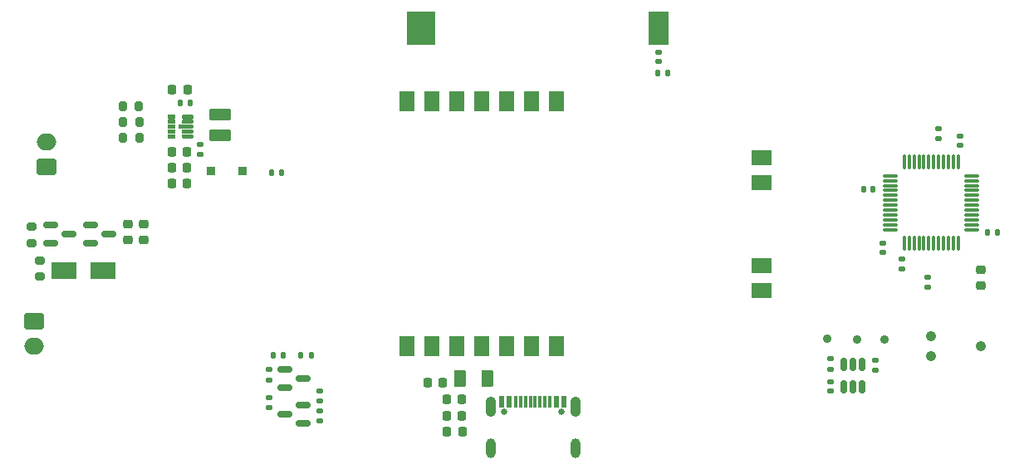
<source format=gbr>
G04 #@! TF.GenerationSoftware,KiCad,Pcbnew,7.0.5*
G04 #@! TF.CreationDate,2023-12-24T10:56:33+03:00*
G04 #@! TF.ProjectId,ALERT_RIDER_HARDWARE,414c4552-545f-4524-9944-45525f484152,rev?*
G04 #@! TF.SameCoordinates,Original*
G04 #@! TF.FileFunction,Soldermask,Bot*
G04 #@! TF.FilePolarity,Negative*
%FSLAX46Y46*%
G04 Gerber Fmt 4.6, Leading zero omitted, Abs format (unit mm)*
G04 Created by KiCad (PCBNEW 7.0.5) date 2023-12-24 10:56:33*
%MOMM*%
%LPD*%
G01*
G04 APERTURE LIST*
G04 Aperture macros list*
%AMRoundRect*
0 Rectangle with rounded corners*
0 $1 Rounding radius*
0 $2 $3 $4 $5 $6 $7 $8 $9 X,Y pos of 4 corners*
0 Add a 4 corners polygon primitive as box body*
4,1,4,$2,$3,$4,$5,$6,$7,$8,$9,$2,$3,0*
0 Add four circle primitives for the rounded corners*
1,1,$1+$1,$2,$3*
1,1,$1+$1,$4,$5*
1,1,$1+$1,$6,$7*
1,1,$1+$1,$8,$9*
0 Add four rect primitives between the rounded corners*
20,1,$1+$1,$2,$3,$4,$5,0*
20,1,$1+$1,$4,$5,$6,$7,0*
20,1,$1+$1,$6,$7,$8,$9,0*
20,1,$1+$1,$8,$9,$2,$3,0*%
G04 Aperture macros list end*
%ADD10C,0.010000*%
%ADD11C,1.067000*%
%ADD12RoundRect,0.135000X0.185000X-0.135000X0.185000X0.135000X-0.185000X0.135000X-0.185000X-0.135000X0*%
%ADD13RoundRect,0.225000X0.225000X0.250000X-0.225000X0.250000X-0.225000X-0.250000X0.225000X-0.250000X0*%
%ADD14RoundRect,0.140000X0.140000X0.170000X-0.140000X0.170000X-0.140000X-0.170000X0.140000X-0.170000X0*%
%ADD15RoundRect,0.218750X0.218750X0.256250X-0.218750X0.256250X-0.218750X-0.256250X0.218750X-0.256250X0*%
%ADD16RoundRect,0.150000X0.150000X-0.512500X0.150000X0.512500X-0.150000X0.512500X-0.150000X-0.512500X0*%
%ADD17RoundRect,0.075000X-0.662500X-0.075000X0.662500X-0.075000X0.662500X0.075000X-0.662500X0.075000X0*%
%ADD18RoundRect,0.075000X-0.075000X-0.662500X0.075000X-0.662500X0.075000X0.662500X-0.075000X0.662500X0*%
%ADD19RoundRect,0.250000X0.850000X-0.375000X0.850000X0.375000X-0.850000X0.375000X-0.850000X-0.375000X0*%
%ADD20RoundRect,0.140000X0.170000X-0.140000X0.170000X0.140000X-0.170000X0.140000X-0.170000X-0.140000X0*%
%ADD21RoundRect,0.250000X-0.750000X0.600000X-0.750000X-0.600000X0.750000X-0.600000X0.750000X0.600000X0*%
%ADD22O,2.000000X1.700000*%
%ADD23RoundRect,0.135000X-0.185000X0.135000X-0.185000X-0.135000X0.185000X-0.135000X0.185000X0.135000X0*%
%ADD24RoundRect,0.135000X0.135000X0.185000X-0.135000X0.185000X-0.135000X-0.185000X0.135000X-0.185000X0*%
%ADD25R,2.500000X1.800000*%
%ADD26RoundRect,0.135000X-0.135000X-0.185000X0.135000X-0.185000X0.135000X0.185000X-0.135000X0.185000X0*%
%ADD27RoundRect,0.140000X-0.170000X0.140000X-0.170000X-0.140000X0.170000X-0.140000X0.170000X0.140000X0*%
%ADD28RoundRect,0.200000X-0.200000X-0.275000X0.200000X-0.275000X0.200000X0.275000X-0.200000X0.275000X0*%
%ADD29RoundRect,0.225000X0.250000X-0.225000X0.250000X0.225000X-0.250000X0.225000X-0.250000X-0.225000X0*%
%ADD30RoundRect,0.150000X-0.587500X-0.150000X0.587500X-0.150000X0.587500X0.150000X-0.587500X0.150000X0*%
%ADD31RoundRect,0.200000X0.200000X0.275000X-0.200000X0.275000X-0.200000X-0.275000X0.200000X-0.275000X0*%
%ADD32RoundRect,0.218750X0.256250X-0.218750X0.256250X0.218750X-0.256250X0.218750X-0.256250X-0.218750X0*%
%ADD33RoundRect,0.225000X-0.225000X-0.250000X0.225000X-0.250000X0.225000X0.250000X-0.225000X0.250000X0*%
%ADD34C,0.650000*%
%ADD35R,0.600000X1.150000*%
%ADD36R,0.300000X1.150000*%
%ADD37O,1.000000X2.000000*%
%ADD38O,1.050000X2.100000*%
%ADD39RoundRect,0.200000X0.275000X-0.200000X0.275000X0.200000X-0.275000X0.200000X-0.275000X-0.200000X0*%
%ADD40RoundRect,0.250000X0.375000X0.625000X-0.375000X0.625000X-0.375000X-0.625000X0.375000X-0.625000X0*%
%ADD41C,0.900000*%
%ADD42R,2.000000X3.500000*%
%ADD43R,3.000000X3.500000*%
%ADD44RoundRect,0.250000X0.750000X-0.600000X0.750000X0.600000X-0.750000X0.600000X-0.750000X-0.600000X0*%
%ADD45RoundRect,0.147500X-0.147500X-0.172500X0.147500X-0.172500X0.147500X0.172500X-0.147500X0.172500X0*%
%ADD46RoundRect,0.150000X0.587500X0.150000X-0.587500X0.150000X-0.587500X-0.150000X0.587500X-0.150000X0*%
%ADD47R,1.550000X2.000000*%
%ADD48R,2.000000X1.550000*%
%ADD49RoundRect,0.140000X-0.140000X-0.170000X0.140000X-0.170000X0.140000X0.170000X-0.140000X0.170000X0*%
%ADD50R,0.900000X0.950000*%
G04 APERTURE END LIST*
D10*
X71563000Y-53656000D02*
X71569000Y-53656000D01*
X71575000Y-53658000D01*
X71581000Y-53659000D01*
X71587000Y-53661000D01*
X71593000Y-53663000D01*
X71599000Y-53665000D01*
X71604000Y-53668000D01*
X71610000Y-53671000D01*
X71615000Y-53674000D01*
X71621000Y-53678000D01*
X71626000Y-53682000D01*
X71630000Y-53686000D01*
X71635000Y-53690000D01*
X71639000Y-53695000D01*
X71643000Y-53699000D01*
X71647000Y-53704000D01*
X71651000Y-53710000D01*
X71654000Y-53715000D01*
X71657000Y-53721000D01*
X71660000Y-53726000D01*
X71662000Y-53732000D01*
X71664000Y-53738000D01*
X71666000Y-53744000D01*
X71667000Y-53750000D01*
X71669000Y-53756000D01*
X71669000Y-53762000D01*
X71670000Y-53769000D01*
X71670000Y-53775000D01*
X71670000Y-53925000D01*
X71670000Y-53931000D01*
X71669000Y-53938000D01*
X71669000Y-53944000D01*
X71667000Y-53950000D01*
X71666000Y-53956000D01*
X71664000Y-53962000D01*
X71662000Y-53968000D01*
X71660000Y-53974000D01*
X71657000Y-53979000D01*
X71654000Y-53985000D01*
X71651000Y-53990000D01*
X71647000Y-53996000D01*
X71643000Y-54001000D01*
X71639000Y-54005000D01*
X71635000Y-54010000D01*
X71630000Y-54014000D01*
X71626000Y-54018000D01*
X71621000Y-54022000D01*
X71615000Y-54026000D01*
X71610000Y-54029000D01*
X71604000Y-54032000D01*
X71599000Y-54035000D01*
X71593000Y-54037000D01*
X71587000Y-54039000D01*
X71581000Y-54041000D01*
X71575000Y-54042000D01*
X71569000Y-54044000D01*
X71563000Y-54044000D01*
X71556000Y-54045000D01*
X71550000Y-54045000D01*
X71050000Y-54045000D01*
X71044000Y-54045000D01*
X71037000Y-54044000D01*
X71031000Y-54044000D01*
X71025000Y-54042000D01*
X71019000Y-54041000D01*
X71013000Y-54039000D01*
X71007000Y-54037000D01*
X71001000Y-54035000D01*
X70996000Y-54032000D01*
X70990000Y-54029000D01*
X70985000Y-54026000D01*
X70979000Y-54022000D01*
X70974000Y-54018000D01*
X70970000Y-54014000D01*
X70965000Y-54010000D01*
X70961000Y-54005000D01*
X70957000Y-54001000D01*
X70953000Y-53996000D01*
X70949000Y-53990000D01*
X70946000Y-53985000D01*
X70943000Y-53979000D01*
X70940000Y-53974000D01*
X70938000Y-53968000D01*
X70936000Y-53962000D01*
X70934000Y-53956000D01*
X70933000Y-53950000D01*
X70931000Y-53944000D01*
X70931000Y-53938000D01*
X70930000Y-53931000D01*
X70930000Y-53925000D01*
X70930000Y-53775000D01*
X70930000Y-53769000D01*
X70931000Y-53762000D01*
X70931000Y-53756000D01*
X70933000Y-53750000D01*
X70934000Y-53744000D01*
X70936000Y-53738000D01*
X70938000Y-53732000D01*
X70940000Y-53726000D01*
X70943000Y-53721000D01*
X70946000Y-53715000D01*
X70949000Y-53710000D01*
X70953000Y-53704000D01*
X70957000Y-53699000D01*
X70961000Y-53695000D01*
X70965000Y-53690000D01*
X70970000Y-53686000D01*
X70974000Y-53682000D01*
X70979000Y-53678000D01*
X70985000Y-53674000D01*
X70990000Y-53671000D01*
X70996000Y-53668000D01*
X71001000Y-53665000D01*
X71007000Y-53663000D01*
X71013000Y-53661000D01*
X71019000Y-53659000D01*
X71025000Y-53658000D01*
X71031000Y-53656000D01*
X71037000Y-53656000D01*
X71044000Y-53655000D01*
X71050000Y-53655000D01*
X71550000Y-53655000D01*
X71556000Y-53655000D01*
X71563000Y-53656000D01*
G36*
X71563000Y-53656000D02*
G01*
X71569000Y-53656000D01*
X71575000Y-53658000D01*
X71581000Y-53659000D01*
X71587000Y-53661000D01*
X71593000Y-53663000D01*
X71599000Y-53665000D01*
X71604000Y-53668000D01*
X71610000Y-53671000D01*
X71615000Y-53674000D01*
X71621000Y-53678000D01*
X71626000Y-53682000D01*
X71630000Y-53686000D01*
X71635000Y-53690000D01*
X71639000Y-53695000D01*
X71643000Y-53699000D01*
X71647000Y-53704000D01*
X71651000Y-53710000D01*
X71654000Y-53715000D01*
X71657000Y-53721000D01*
X71660000Y-53726000D01*
X71662000Y-53732000D01*
X71664000Y-53738000D01*
X71666000Y-53744000D01*
X71667000Y-53750000D01*
X71669000Y-53756000D01*
X71669000Y-53762000D01*
X71670000Y-53769000D01*
X71670000Y-53775000D01*
X71670000Y-53925000D01*
X71670000Y-53931000D01*
X71669000Y-53938000D01*
X71669000Y-53944000D01*
X71667000Y-53950000D01*
X71666000Y-53956000D01*
X71664000Y-53962000D01*
X71662000Y-53968000D01*
X71660000Y-53974000D01*
X71657000Y-53979000D01*
X71654000Y-53985000D01*
X71651000Y-53990000D01*
X71647000Y-53996000D01*
X71643000Y-54001000D01*
X71639000Y-54005000D01*
X71635000Y-54010000D01*
X71630000Y-54014000D01*
X71626000Y-54018000D01*
X71621000Y-54022000D01*
X71615000Y-54026000D01*
X71610000Y-54029000D01*
X71604000Y-54032000D01*
X71599000Y-54035000D01*
X71593000Y-54037000D01*
X71587000Y-54039000D01*
X71581000Y-54041000D01*
X71575000Y-54042000D01*
X71569000Y-54044000D01*
X71563000Y-54044000D01*
X71556000Y-54045000D01*
X71550000Y-54045000D01*
X71050000Y-54045000D01*
X71044000Y-54045000D01*
X71037000Y-54044000D01*
X71031000Y-54044000D01*
X71025000Y-54042000D01*
X71019000Y-54041000D01*
X71013000Y-54039000D01*
X71007000Y-54037000D01*
X71001000Y-54035000D01*
X70996000Y-54032000D01*
X70990000Y-54029000D01*
X70985000Y-54026000D01*
X70979000Y-54022000D01*
X70974000Y-54018000D01*
X70970000Y-54014000D01*
X70965000Y-54010000D01*
X70961000Y-54005000D01*
X70957000Y-54001000D01*
X70953000Y-53996000D01*
X70949000Y-53990000D01*
X70946000Y-53985000D01*
X70943000Y-53979000D01*
X70940000Y-53974000D01*
X70938000Y-53968000D01*
X70936000Y-53962000D01*
X70934000Y-53956000D01*
X70933000Y-53950000D01*
X70931000Y-53944000D01*
X70931000Y-53938000D01*
X70930000Y-53931000D01*
X70930000Y-53925000D01*
X70930000Y-53775000D01*
X70930000Y-53769000D01*
X70931000Y-53762000D01*
X70931000Y-53756000D01*
X70933000Y-53750000D01*
X70934000Y-53744000D01*
X70936000Y-53738000D01*
X70938000Y-53732000D01*
X70940000Y-53726000D01*
X70943000Y-53721000D01*
X70946000Y-53715000D01*
X70949000Y-53710000D01*
X70953000Y-53704000D01*
X70957000Y-53699000D01*
X70961000Y-53695000D01*
X70965000Y-53690000D01*
X70970000Y-53686000D01*
X70974000Y-53682000D01*
X70979000Y-53678000D01*
X70985000Y-53674000D01*
X70990000Y-53671000D01*
X70996000Y-53668000D01*
X71001000Y-53665000D01*
X71007000Y-53663000D01*
X71013000Y-53661000D01*
X71019000Y-53659000D01*
X71025000Y-53658000D01*
X71031000Y-53656000D01*
X71037000Y-53656000D01*
X71044000Y-53655000D01*
X71050000Y-53655000D01*
X71550000Y-53655000D01*
X71556000Y-53655000D01*
X71563000Y-53656000D01*
G37*
X71563000Y-54156000D02*
X71569000Y-54156000D01*
X71575000Y-54158000D01*
X71581000Y-54159000D01*
X71587000Y-54161000D01*
X71593000Y-54163000D01*
X71599000Y-54165000D01*
X71604000Y-54168000D01*
X71610000Y-54171000D01*
X71615000Y-54174000D01*
X71621000Y-54178000D01*
X71626000Y-54182000D01*
X71630000Y-54186000D01*
X71635000Y-54190000D01*
X71639000Y-54195000D01*
X71643000Y-54199000D01*
X71647000Y-54204000D01*
X71651000Y-54210000D01*
X71654000Y-54215000D01*
X71657000Y-54221000D01*
X71660000Y-54226000D01*
X71662000Y-54232000D01*
X71664000Y-54238000D01*
X71666000Y-54244000D01*
X71667000Y-54250000D01*
X71669000Y-54256000D01*
X71669000Y-54262000D01*
X71670000Y-54269000D01*
X71670000Y-54275000D01*
X71670000Y-54425000D01*
X71670000Y-54431000D01*
X71669000Y-54438000D01*
X71669000Y-54444000D01*
X71667000Y-54450000D01*
X71666000Y-54456000D01*
X71664000Y-54462000D01*
X71662000Y-54468000D01*
X71660000Y-54474000D01*
X71657000Y-54479000D01*
X71654000Y-54485000D01*
X71651000Y-54490000D01*
X71647000Y-54496000D01*
X71643000Y-54501000D01*
X71639000Y-54505000D01*
X71635000Y-54510000D01*
X71630000Y-54514000D01*
X71626000Y-54518000D01*
X71621000Y-54522000D01*
X71615000Y-54526000D01*
X71610000Y-54529000D01*
X71604000Y-54532000D01*
X71599000Y-54535000D01*
X71593000Y-54537000D01*
X71587000Y-54539000D01*
X71581000Y-54541000D01*
X71575000Y-54542000D01*
X71569000Y-54544000D01*
X71563000Y-54544000D01*
X71556000Y-54545000D01*
X71550000Y-54545000D01*
X71050000Y-54545000D01*
X71044000Y-54545000D01*
X71037000Y-54544000D01*
X71031000Y-54544000D01*
X71025000Y-54542000D01*
X71019000Y-54541000D01*
X71013000Y-54539000D01*
X71007000Y-54537000D01*
X71001000Y-54535000D01*
X70996000Y-54532000D01*
X70990000Y-54529000D01*
X70985000Y-54526000D01*
X70979000Y-54522000D01*
X70974000Y-54518000D01*
X70970000Y-54514000D01*
X70965000Y-54510000D01*
X70961000Y-54505000D01*
X70957000Y-54501000D01*
X70953000Y-54496000D01*
X70949000Y-54490000D01*
X70946000Y-54485000D01*
X70943000Y-54479000D01*
X70940000Y-54474000D01*
X70938000Y-54468000D01*
X70936000Y-54462000D01*
X70934000Y-54456000D01*
X70933000Y-54450000D01*
X70931000Y-54444000D01*
X70931000Y-54438000D01*
X70930000Y-54431000D01*
X70930000Y-54425000D01*
X70930000Y-54275000D01*
X70930000Y-54269000D01*
X70931000Y-54262000D01*
X70931000Y-54256000D01*
X70933000Y-54250000D01*
X70934000Y-54244000D01*
X70936000Y-54238000D01*
X70938000Y-54232000D01*
X70940000Y-54226000D01*
X70943000Y-54221000D01*
X70946000Y-54215000D01*
X70949000Y-54210000D01*
X70953000Y-54204000D01*
X70957000Y-54199000D01*
X70961000Y-54195000D01*
X70965000Y-54190000D01*
X70970000Y-54186000D01*
X70974000Y-54182000D01*
X70979000Y-54178000D01*
X70985000Y-54174000D01*
X70990000Y-54171000D01*
X70996000Y-54168000D01*
X71001000Y-54165000D01*
X71007000Y-54163000D01*
X71013000Y-54161000D01*
X71019000Y-54159000D01*
X71025000Y-54158000D01*
X71031000Y-54156000D01*
X71037000Y-54156000D01*
X71044000Y-54155000D01*
X71050000Y-54155000D01*
X71550000Y-54155000D01*
X71556000Y-54155000D01*
X71563000Y-54156000D01*
G36*
X71563000Y-54156000D02*
G01*
X71569000Y-54156000D01*
X71575000Y-54158000D01*
X71581000Y-54159000D01*
X71587000Y-54161000D01*
X71593000Y-54163000D01*
X71599000Y-54165000D01*
X71604000Y-54168000D01*
X71610000Y-54171000D01*
X71615000Y-54174000D01*
X71621000Y-54178000D01*
X71626000Y-54182000D01*
X71630000Y-54186000D01*
X71635000Y-54190000D01*
X71639000Y-54195000D01*
X71643000Y-54199000D01*
X71647000Y-54204000D01*
X71651000Y-54210000D01*
X71654000Y-54215000D01*
X71657000Y-54221000D01*
X71660000Y-54226000D01*
X71662000Y-54232000D01*
X71664000Y-54238000D01*
X71666000Y-54244000D01*
X71667000Y-54250000D01*
X71669000Y-54256000D01*
X71669000Y-54262000D01*
X71670000Y-54269000D01*
X71670000Y-54275000D01*
X71670000Y-54425000D01*
X71670000Y-54431000D01*
X71669000Y-54438000D01*
X71669000Y-54444000D01*
X71667000Y-54450000D01*
X71666000Y-54456000D01*
X71664000Y-54462000D01*
X71662000Y-54468000D01*
X71660000Y-54474000D01*
X71657000Y-54479000D01*
X71654000Y-54485000D01*
X71651000Y-54490000D01*
X71647000Y-54496000D01*
X71643000Y-54501000D01*
X71639000Y-54505000D01*
X71635000Y-54510000D01*
X71630000Y-54514000D01*
X71626000Y-54518000D01*
X71621000Y-54522000D01*
X71615000Y-54526000D01*
X71610000Y-54529000D01*
X71604000Y-54532000D01*
X71599000Y-54535000D01*
X71593000Y-54537000D01*
X71587000Y-54539000D01*
X71581000Y-54541000D01*
X71575000Y-54542000D01*
X71569000Y-54544000D01*
X71563000Y-54544000D01*
X71556000Y-54545000D01*
X71550000Y-54545000D01*
X71050000Y-54545000D01*
X71044000Y-54545000D01*
X71037000Y-54544000D01*
X71031000Y-54544000D01*
X71025000Y-54542000D01*
X71019000Y-54541000D01*
X71013000Y-54539000D01*
X71007000Y-54537000D01*
X71001000Y-54535000D01*
X70996000Y-54532000D01*
X70990000Y-54529000D01*
X70985000Y-54526000D01*
X70979000Y-54522000D01*
X70974000Y-54518000D01*
X70970000Y-54514000D01*
X70965000Y-54510000D01*
X70961000Y-54505000D01*
X70957000Y-54501000D01*
X70953000Y-54496000D01*
X70949000Y-54490000D01*
X70946000Y-54485000D01*
X70943000Y-54479000D01*
X70940000Y-54474000D01*
X70938000Y-54468000D01*
X70936000Y-54462000D01*
X70934000Y-54456000D01*
X70933000Y-54450000D01*
X70931000Y-54444000D01*
X70931000Y-54438000D01*
X70930000Y-54431000D01*
X70930000Y-54425000D01*
X70930000Y-54275000D01*
X70930000Y-54269000D01*
X70931000Y-54262000D01*
X70931000Y-54256000D01*
X70933000Y-54250000D01*
X70934000Y-54244000D01*
X70936000Y-54238000D01*
X70938000Y-54232000D01*
X70940000Y-54226000D01*
X70943000Y-54221000D01*
X70946000Y-54215000D01*
X70949000Y-54210000D01*
X70953000Y-54204000D01*
X70957000Y-54199000D01*
X70961000Y-54195000D01*
X70965000Y-54190000D01*
X70970000Y-54186000D01*
X70974000Y-54182000D01*
X70979000Y-54178000D01*
X70985000Y-54174000D01*
X70990000Y-54171000D01*
X70996000Y-54168000D01*
X71001000Y-54165000D01*
X71007000Y-54163000D01*
X71013000Y-54161000D01*
X71019000Y-54159000D01*
X71025000Y-54158000D01*
X71031000Y-54156000D01*
X71037000Y-54156000D01*
X71044000Y-54155000D01*
X71050000Y-54155000D01*
X71550000Y-54155000D01*
X71556000Y-54155000D01*
X71563000Y-54156000D01*
G37*
X71563000Y-54656000D02*
X71569000Y-54656000D01*
X71575000Y-54658000D01*
X71581000Y-54659000D01*
X71587000Y-54661000D01*
X71593000Y-54663000D01*
X71599000Y-54665000D01*
X71604000Y-54668000D01*
X71610000Y-54671000D01*
X71615000Y-54674000D01*
X71621000Y-54678000D01*
X71626000Y-54682000D01*
X71630000Y-54686000D01*
X71635000Y-54690000D01*
X71639000Y-54695000D01*
X71643000Y-54699000D01*
X71647000Y-54704000D01*
X71651000Y-54710000D01*
X71654000Y-54715000D01*
X71657000Y-54721000D01*
X71660000Y-54726000D01*
X71662000Y-54732000D01*
X71664000Y-54738000D01*
X71666000Y-54744000D01*
X71667000Y-54750000D01*
X71669000Y-54756000D01*
X71669000Y-54762000D01*
X71670000Y-54769000D01*
X71670000Y-54775000D01*
X71670000Y-54925000D01*
X71670000Y-54931000D01*
X71669000Y-54938000D01*
X71669000Y-54944000D01*
X71667000Y-54950000D01*
X71666000Y-54956000D01*
X71664000Y-54962000D01*
X71662000Y-54968000D01*
X71660000Y-54974000D01*
X71657000Y-54979000D01*
X71654000Y-54985000D01*
X71651000Y-54990000D01*
X71647000Y-54996000D01*
X71643000Y-55001000D01*
X71639000Y-55005000D01*
X71635000Y-55010000D01*
X71630000Y-55014000D01*
X71626000Y-55018000D01*
X71621000Y-55022000D01*
X71615000Y-55026000D01*
X71610000Y-55029000D01*
X71604000Y-55032000D01*
X71599000Y-55035000D01*
X71593000Y-55037000D01*
X71587000Y-55039000D01*
X71581000Y-55041000D01*
X71575000Y-55042000D01*
X71569000Y-55044000D01*
X71563000Y-55044000D01*
X71556000Y-55045000D01*
X71550000Y-55045000D01*
X71050000Y-55045000D01*
X71044000Y-55045000D01*
X71037000Y-55044000D01*
X71031000Y-55044000D01*
X71025000Y-55042000D01*
X71019000Y-55041000D01*
X71013000Y-55039000D01*
X71007000Y-55037000D01*
X71001000Y-55035000D01*
X70996000Y-55032000D01*
X70990000Y-55029000D01*
X70985000Y-55026000D01*
X70979000Y-55022000D01*
X70974000Y-55018000D01*
X70970000Y-55014000D01*
X70965000Y-55010000D01*
X70961000Y-55005000D01*
X70957000Y-55001000D01*
X70953000Y-54996000D01*
X70949000Y-54990000D01*
X70946000Y-54985000D01*
X70943000Y-54979000D01*
X70940000Y-54974000D01*
X70938000Y-54968000D01*
X70936000Y-54962000D01*
X70934000Y-54956000D01*
X70933000Y-54950000D01*
X70931000Y-54944000D01*
X70931000Y-54938000D01*
X70930000Y-54931000D01*
X70930000Y-54925000D01*
X70930000Y-54775000D01*
X70930000Y-54769000D01*
X70931000Y-54762000D01*
X70931000Y-54756000D01*
X70933000Y-54750000D01*
X70934000Y-54744000D01*
X70936000Y-54738000D01*
X70938000Y-54732000D01*
X70940000Y-54726000D01*
X70943000Y-54721000D01*
X70946000Y-54715000D01*
X70949000Y-54710000D01*
X70953000Y-54704000D01*
X70957000Y-54699000D01*
X70961000Y-54695000D01*
X70965000Y-54690000D01*
X70970000Y-54686000D01*
X70974000Y-54682000D01*
X70979000Y-54678000D01*
X70985000Y-54674000D01*
X70990000Y-54671000D01*
X70996000Y-54668000D01*
X71001000Y-54665000D01*
X71007000Y-54663000D01*
X71013000Y-54661000D01*
X71019000Y-54659000D01*
X71025000Y-54658000D01*
X71031000Y-54656000D01*
X71037000Y-54656000D01*
X71044000Y-54655000D01*
X71050000Y-54655000D01*
X71550000Y-54655000D01*
X71556000Y-54655000D01*
X71563000Y-54656000D01*
G36*
X71563000Y-54656000D02*
G01*
X71569000Y-54656000D01*
X71575000Y-54658000D01*
X71581000Y-54659000D01*
X71587000Y-54661000D01*
X71593000Y-54663000D01*
X71599000Y-54665000D01*
X71604000Y-54668000D01*
X71610000Y-54671000D01*
X71615000Y-54674000D01*
X71621000Y-54678000D01*
X71626000Y-54682000D01*
X71630000Y-54686000D01*
X71635000Y-54690000D01*
X71639000Y-54695000D01*
X71643000Y-54699000D01*
X71647000Y-54704000D01*
X71651000Y-54710000D01*
X71654000Y-54715000D01*
X71657000Y-54721000D01*
X71660000Y-54726000D01*
X71662000Y-54732000D01*
X71664000Y-54738000D01*
X71666000Y-54744000D01*
X71667000Y-54750000D01*
X71669000Y-54756000D01*
X71669000Y-54762000D01*
X71670000Y-54769000D01*
X71670000Y-54775000D01*
X71670000Y-54925000D01*
X71670000Y-54931000D01*
X71669000Y-54938000D01*
X71669000Y-54944000D01*
X71667000Y-54950000D01*
X71666000Y-54956000D01*
X71664000Y-54962000D01*
X71662000Y-54968000D01*
X71660000Y-54974000D01*
X71657000Y-54979000D01*
X71654000Y-54985000D01*
X71651000Y-54990000D01*
X71647000Y-54996000D01*
X71643000Y-55001000D01*
X71639000Y-55005000D01*
X71635000Y-55010000D01*
X71630000Y-55014000D01*
X71626000Y-55018000D01*
X71621000Y-55022000D01*
X71615000Y-55026000D01*
X71610000Y-55029000D01*
X71604000Y-55032000D01*
X71599000Y-55035000D01*
X71593000Y-55037000D01*
X71587000Y-55039000D01*
X71581000Y-55041000D01*
X71575000Y-55042000D01*
X71569000Y-55044000D01*
X71563000Y-55044000D01*
X71556000Y-55045000D01*
X71550000Y-55045000D01*
X71050000Y-55045000D01*
X71044000Y-55045000D01*
X71037000Y-55044000D01*
X71031000Y-55044000D01*
X71025000Y-55042000D01*
X71019000Y-55041000D01*
X71013000Y-55039000D01*
X71007000Y-55037000D01*
X71001000Y-55035000D01*
X70996000Y-55032000D01*
X70990000Y-55029000D01*
X70985000Y-55026000D01*
X70979000Y-55022000D01*
X70974000Y-55018000D01*
X70970000Y-55014000D01*
X70965000Y-55010000D01*
X70961000Y-55005000D01*
X70957000Y-55001000D01*
X70953000Y-54996000D01*
X70949000Y-54990000D01*
X70946000Y-54985000D01*
X70943000Y-54979000D01*
X70940000Y-54974000D01*
X70938000Y-54968000D01*
X70936000Y-54962000D01*
X70934000Y-54956000D01*
X70933000Y-54950000D01*
X70931000Y-54944000D01*
X70931000Y-54938000D01*
X70930000Y-54931000D01*
X70930000Y-54925000D01*
X70930000Y-54775000D01*
X70930000Y-54769000D01*
X70931000Y-54762000D01*
X70931000Y-54756000D01*
X70933000Y-54750000D01*
X70934000Y-54744000D01*
X70936000Y-54738000D01*
X70938000Y-54732000D01*
X70940000Y-54726000D01*
X70943000Y-54721000D01*
X70946000Y-54715000D01*
X70949000Y-54710000D01*
X70953000Y-54704000D01*
X70957000Y-54699000D01*
X70961000Y-54695000D01*
X70965000Y-54690000D01*
X70970000Y-54686000D01*
X70974000Y-54682000D01*
X70979000Y-54678000D01*
X70985000Y-54674000D01*
X70990000Y-54671000D01*
X70996000Y-54668000D01*
X71001000Y-54665000D01*
X71007000Y-54663000D01*
X71013000Y-54661000D01*
X71019000Y-54659000D01*
X71025000Y-54658000D01*
X71031000Y-54656000D01*
X71037000Y-54656000D01*
X71044000Y-54655000D01*
X71050000Y-54655000D01*
X71550000Y-54655000D01*
X71556000Y-54655000D01*
X71563000Y-54656000D01*
G37*
X71563000Y-55156000D02*
X71569000Y-55156000D01*
X71575000Y-55158000D01*
X71581000Y-55159000D01*
X71587000Y-55161000D01*
X71593000Y-55163000D01*
X71599000Y-55165000D01*
X71604000Y-55168000D01*
X71610000Y-55171000D01*
X71615000Y-55174000D01*
X71621000Y-55178000D01*
X71626000Y-55182000D01*
X71630000Y-55186000D01*
X71635000Y-55190000D01*
X71639000Y-55195000D01*
X71643000Y-55199000D01*
X71647000Y-55204000D01*
X71651000Y-55210000D01*
X71654000Y-55215000D01*
X71657000Y-55221000D01*
X71660000Y-55226000D01*
X71662000Y-55232000D01*
X71664000Y-55238000D01*
X71666000Y-55244000D01*
X71667000Y-55250000D01*
X71669000Y-55256000D01*
X71669000Y-55262000D01*
X71670000Y-55269000D01*
X71670000Y-55275000D01*
X71670000Y-55425000D01*
X71670000Y-55431000D01*
X71669000Y-55438000D01*
X71669000Y-55444000D01*
X71667000Y-55450000D01*
X71666000Y-55456000D01*
X71664000Y-55462000D01*
X71662000Y-55468000D01*
X71660000Y-55474000D01*
X71657000Y-55479000D01*
X71654000Y-55485000D01*
X71651000Y-55490000D01*
X71647000Y-55496000D01*
X71643000Y-55501000D01*
X71639000Y-55505000D01*
X71635000Y-55510000D01*
X71630000Y-55514000D01*
X71626000Y-55518000D01*
X71621000Y-55522000D01*
X71615000Y-55526000D01*
X71610000Y-55529000D01*
X71604000Y-55532000D01*
X71599000Y-55535000D01*
X71593000Y-55537000D01*
X71587000Y-55539000D01*
X71581000Y-55541000D01*
X71575000Y-55542000D01*
X71569000Y-55544000D01*
X71563000Y-55544000D01*
X71556000Y-55545000D01*
X71550000Y-55545000D01*
X71050000Y-55545000D01*
X71044000Y-55545000D01*
X71037000Y-55544000D01*
X71031000Y-55544000D01*
X71025000Y-55542000D01*
X71019000Y-55541000D01*
X71013000Y-55539000D01*
X71007000Y-55537000D01*
X71001000Y-55535000D01*
X70996000Y-55532000D01*
X70990000Y-55529000D01*
X70985000Y-55526000D01*
X70979000Y-55522000D01*
X70974000Y-55518000D01*
X70970000Y-55514000D01*
X70965000Y-55510000D01*
X70961000Y-55505000D01*
X70957000Y-55501000D01*
X70953000Y-55496000D01*
X70949000Y-55490000D01*
X70946000Y-55485000D01*
X70943000Y-55479000D01*
X70940000Y-55474000D01*
X70938000Y-55468000D01*
X70936000Y-55462000D01*
X70934000Y-55456000D01*
X70933000Y-55450000D01*
X70931000Y-55444000D01*
X70931000Y-55438000D01*
X70930000Y-55431000D01*
X70930000Y-55425000D01*
X70930000Y-55275000D01*
X70930000Y-55269000D01*
X70931000Y-55262000D01*
X70931000Y-55256000D01*
X70933000Y-55250000D01*
X70934000Y-55244000D01*
X70936000Y-55238000D01*
X70938000Y-55232000D01*
X70940000Y-55226000D01*
X70943000Y-55221000D01*
X70946000Y-55215000D01*
X70949000Y-55210000D01*
X70953000Y-55204000D01*
X70957000Y-55199000D01*
X70961000Y-55195000D01*
X70965000Y-55190000D01*
X70970000Y-55186000D01*
X70974000Y-55182000D01*
X70979000Y-55178000D01*
X70985000Y-55174000D01*
X70990000Y-55171000D01*
X70996000Y-55168000D01*
X71001000Y-55165000D01*
X71007000Y-55163000D01*
X71013000Y-55161000D01*
X71019000Y-55159000D01*
X71025000Y-55158000D01*
X71031000Y-55156000D01*
X71037000Y-55156000D01*
X71044000Y-55155000D01*
X71050000Y-55155000D01*
X71550000Y-55155000D01*
X71556000Y-55155000D01*
X71563000Y-55156000D01*
G36*
X71563000Y-55156000D02*
G01*
X71569000Y-55156000D01*
X71575000Y-55158000D01*
X71581000Y-55159000D01*
X71587000Y-55161000D01*
X71593000Y-55163000D01*
X71599000Y-55165000D01*
X71604000Y-55168000D01*
X71610000Y-55171000D01*
X71615000Y-55174000D01*
X71621000Y-55178000D01*
X71626000Y-55182000D01*
X71630000Y-55186000D01*
X71635000Y-55190000D01*
X71639000Y-55195000D01*
X71643000Y-55199000D01*
X71647000Y-55204000D01*
X71651000Y-55210000D01*
X71654000Y-55215000D01*
X71657000Y-55221000D01*
X71660000Y-55226000D01*
X71662000Y-55232000D01*
X71664000Y-55238000D01*
X71666000Y-55244000D01*
X71667000Y-55250000D01*
X71669000Y-55256000D01*
X71669000Y-55262000D01*
X71670000Y-55269000D01*
X71670000Y-55275000D01*
X71670000Y-55425000D01*
X71670000Y-55431000D01*
X71669000Y-55438000D01*
X71669000Y-55444000D01*
X71667000Y-55450000D01*
X71666000Y-55456000D01*
X71664000Y-55462000D01*
X71662000Y-55468000D01*
X71660000Y-55474000D01*
X71657000Y-55479000D01*
X71654000Y-55485000D01*
X71651000Y-55490000D01*
X71647000Y-55496000D01*
X71643000Y-55501000D01*
X71639000Y-55505000D01*
X71635000Y-55510000D01*
X71630000Y-55514000D01*
X71626000Y-55518000D01*
X71621000Y-55522000D01*
X71615000Y-55526000D01*
X71610000Y-55529000D01*
X71604000Y-55532000D01*
X71599000Y-55535000D01*
X71593000Y-55537000D01*
X71587000Y-55539000D01*
X71581000Y-55541000D01*
X71575000Y-55542000D01*
X71569000Y-55544000D01*
X71563000Y-55544000D01*
X71556000Y-55545000D01*
X71550000Y-55545000D01*
X71050000Y-55545000D01*
X71044000Y-55545000D01*
X71037000Y-55544000D01*
X71031000Y-55544000D01*
X71025000Y-55542000D01*
X71019000Y-55541000D01*
X71013000Y-55539000D01*
X71007000Y-55537000D01*
X71001000Y-55535000D01*
X70996000Y-55532000D01*
X70990000Y-55529000D01*
X70985000Y-55526000D01*
X70979000Y-55522000D01*
X70974000Y-55518000D01*
X70970000Y-55514000D01*
X70965000Y-55510000D01*
X70961000Y-55505000D01*
X70957000Y-55501000D01*
X70953000Y-55496000D01*
X70949000Y-55490000D01*
X70946000Y-55485000D01*
X70943000Y-55479000D01*
X70940000Y-55474000D01*
X70938000Y-55468000D01*
X70936000Y-55462000D01*
X70934000Y-55456000D01*
X70933000Y-55450000D01*
X70931000Y-55444000D01*
X70931000Y-55438000D01*
X70930000Y-55431000D01*
X70930000Y-55425000D01*
X70930000Y-55275000D01*
X70930000Y-55269000D01*
X70931000Y-55262000D01*
X70931000Y-55256000D01*
X70933000Y-55250000D01*
X70934000Y-55244000D01*
X70936000Y-55238000D01*
X70938000Y-55232000D01*
X70940000Y-55226000D01*
X70943000Y-55221000D01*
X70946000Y-55215000D01*
X70949000Y-55210000D01*
X70953000Y-55204000D01*
X70957000Y-55199000D01*
X70961000Y-55195000D01*
X70965000Y-55190000D01*
X70970000Y-55186000D01*
X70974000Y-55182000D01*
X70979000Y-55178000D01*
X70985000Y-55174000D01*
X70990000Y-55171000D01*
X70996000Y-55168000D01*
X71001000Y-55165000D01*
X71007000Y-55163000D01*
X71013000Y-55161000D01*
X71019000Y-55159000D01*
X71025000Y-55158000D01*
X71031000Y-55156000D01*
X71037000Y-55156000D01*
X71044000Y-55155000D01*
X71050000Y-55155000D01*
X71550000Y-55155000D01*
X71556000Y-55155000D01*
X71563000Y-55156000D01*
G37*
X71563000Y-55656000D02*
X71569000Y-55656000D01*
X71575000Y-55658000D01*
X71581000Y-55659000D01*
X71587000Y-55661000D01*
X71593000Y-55663000D01*
X71599000Y-55665000D01*
X71604000Y-55668000D01*
X71610000Y-55671000D01*
X71615000Y-55674000D01*
X71621000Y-55678000D01*
X71626000Y-55682000D01*
X71630000Y-55686000D01*
X71635000Y-55690000D01*
X71639000Y-55695000D01*
X71643000Y-55699000D01*
X71647000Y-55704000D01*
X71651000Y-55710000D01*
X71654000Y-55715000D01*
X71657000Y-55721000D01*
X71660000Y-55726000D01*
X71662000Y-55732000D01*
X71664000Y-55738000D01*
X71666000Y-55744000D01*
X71667000Y-55750000D01*
X71669000Y-55756000D01*
X71669000Y-55762000D01*
X71670000Y-55769000D01*
X71670000Y-55775000D01*
X71670000Y-55925000D01*
X71670000Y-55931000D01*
X71669000Y-55938000D01*
X71669000Y-55944000D01*
X71667000Y-55950000D01*
X71666000Y-55956000D01*
X71664000Y-55962000D01*
X71662000Y-55968000D01*
X71660000Y-55974000D01*
X71657000Y-55979000D01*
X71654000Y-55985000D01*
X71651000Y-55990000D01*
X71647000Y-55996000D01*
X71643000Y-56001000D01*
X71639000Y-56005000D01*
X71635000Y-56010000D01*
X71630000Y-56014000D01*
X71626000Y-56018000D01*
X71621000Y-56022000D01*
X71615000Y-56026000D01*
X71610000Y-56029000D01*
X71604000Y-56032000D01*
X71599000Y-56035000D01*
X71593000Y-56037000D01*
X71587000Y-56039000D01*
X71581000Y-56041000D01*
X71575000Y-56042000D01*
X71569000Y-56044000D01*
X71563000Y-56044000D01*
X71556000Y-56045000D01*
X71550000Y-56045000D01*
X71050000Y-56045000D01*
X71044000Y-56045000D01*
X71037000Y-56044000D01*
X71031000Y-56044000D01*
X71025000Y-56042000D01*
X71019000Y-56041000D01*
X71013000Y-56039000D01*
X71007000Y-56037000D01*
X71001000Y-56035000D01*
X70996000Y-56032000D01*
X70990000Y-56029000D01*
X70985000Y-56026000D01*
X70979000Y-56022000D01*
X70974000Y-56018000D01*
X70970000Y-56014000D01*
X70965000Y-56010000D01*
X70961000Y-56005000D01*
X70957000Y-56001000D01*
X70953000Y-55996000D01*
X70949000Y-55990000D01*
X70946000Y-55985000D01*
X70943000Y-55979000D01*
X70940000Y-55974000D01*
X70938000Y-55968000D01*
X70936000Y-55962000D01*
X70934000Y-55956000D01*
X70933000Y-55950000D01*
X70931000Y-55944000D01*
X70931000Y-55938000D01*
X70930000Y-55931000D01*
X70930000Y-55925000D01*
X70930000Y-55775000D01*
X70930000Y-55769000D01*
X70931000Y-55762000D01*
X70931000Y-55756000D01*
X70933000Y-55750000D01*
X70934000Y-55744000D01*
X70936000Y-55738000D01*
X70938000Y-55732000D01*
X70940000Y-55726000D01*
X70943000Y-55721000D01*
X70946000Y-55715000D01*
X70949000Y-55710000D01*
X70953000Y-55704000D01*
X70957000Y-55699000D01*
X70961000Y-55695000D01*
X70965000Y-55690000D01*
X70970000Y-55686000D01*
X70974000Y-55682000D01*
X70979000Y-55678000D01*
X70985000Y-55674000D01*
X70990000Y-55671000D01*
X70996000Y-55668000D01*
X71001000Y-55665000D01*
X71007000Y-55663000D01*
X71013000Y-55661000D01*
X71019000Y-55659000D01*
X71025000Y-55658000D01*
X71031000Y-55656000D01*
X71037000Y-55656000D01*
X71044000Y-55655000D01*
X71050000Y-55655000D01*
X71550000Y-55655000D01*
X71556000Y-55655000D01*
X71563000Y-55656000D01*
G36*
X71563000Y-55656000D02*
G01*
X71569000Y-55656000D01*
X71575000Y-55658000D01*
X71581000Y-55659000D01*
X71587000Y-55661000D01*
X71593000Y-55663000D01*
X71599000Y-55665000D01*
X71604000Y-55668000D01*
X71610000Y-55671000D01*
X71615000Y-55674000D01*
X71621000Y-55678000D01*
X71626000Y-55682000D01*
X71630000Y-55686000D01*
X71635000Y-55690000D01*
X71639000Y-55695000D01*
X71643000Y-55699000D01*
X71647000Y-55704000D01*
X71651000Y-55710000D01*
X71654000Y-55715000D01*
X71657000Y-55721000D01*
X71660000Y-55726000D01*
X71662000Y-55732000D01*
X71664000Y-55738000D01*
X71666000Y-55744000D01*
X71667000Y-55750000D01*
X71669000Y-55756000D01*
X71669000Y-55762000D01*
X71670000Y-55769000D01*
X71670000Y-55775000D01*
X71670000Y-55925000D01*
X71670000Y-55931000D01*
X71669000Y-55938000D01*
X71669000Y-55944000D01*
X71667000Y-55950000D01*
X71666000Y-55956000D01*
X71664000Y-55962000D01*
X71662000Y-55968000D01*
X71660000Y-55974000D01*
X71657000Y-55979000D01*
X71654000Y-55985000D01*
X71651000Y-55990000D01*
X71647000Y-55996000D01*
X71643000Y-56001000D01*
X71639000Y-56005000D01*
X71635000Y-56010000D01*
X71630000Y-56014000D01*
X71626000Y-56018000D01*
X71621000Y-56022000D01*
X71615000Y-56026000D01*
X71610000Y-56029000D01*
X71604000Y-56032000D01*
X71599000Y-56035000D01*
X71593000Y-56037000D01*
X71587000Y-56039000D01*
X71581000Y-56041000D01*
X71575000Y-56042000D01*
X71569000Y-56044000D01*
X71563000Y-56044000D01*
X71556000Y-56045000D01*
X71550000Y-56045000D01*
X71050000Y-56045000D01*
X71044000Y-56045000D01*
X71037000Y-56044000D01*
X71031000Y-56044000D01*
X71025000Y-56042000D01*
X71019000Y-56041000D01*
X71013000Y-56039000D01*
X71007000Y-56037000D01*
X71001000Y-56035000D01*
X70996000Y-56032000D01*
X70990000Y-56029000D01*
X70985000Y-56026000D01*
X70979000Y-56022000D01*
X70974000Y-56018000D01*
X70970000Y-56014000D01*
X70965000Y-56010000D01*
X70961000Y-56005000D01*
X70957000Y-56001000D01*
X70953000Y-55996000D01*
X70949000Y-55990000D01*
X70946000Y-55985000D01*
X70943000Y-55979000D01*
X70940000Y-55974000D01*
X70938000Y-55968000D01*
X70936000Y-55962000D01*
X70934000Y-55956000D01*
X70933000Y-55950000D01*
X70931000Y-55944000D01*
X70931000Y-55938000D01*
X70930000Y-55931000D01*
X70930000Y-55925000D01*
X70930000Y-55775000D01*
X70930000Y-55769000D01*
X70931000Y-55762000D01*
X70931000Y-55756000D01*
X70933000Y-55750000D01*
X70934000Y-55744000D01*
X70936000Y-55738000D01*
X70938000Y-55732000D01*
X70940000Y-55726000D01*
X70943000Y-55721000D01*
X70946000Y-55715000D01*
X70949000Y-55710000D01*
X70953000Y-55704000D01*
X70957000Y-55699000D01*
X70961000Y-55695000D01*
X70965000Y-55690000D01*
X70970000Y-55686000D01*
X70974000Y-55682000D01*
X70979000Y-55678000D01*
X70985000Y-55674000D01*
X70990000Y-55671000D01*
X70996000Y-55668000D01*
X71001000Y-55665000D01*
X71007000Y-55663000D01*
X71013000Y-55661000D01*
X71019000Y-55659000D01*
X71025000Y-55658000D01*
X71031000Y-55656000D01*
X71037000Y-55656000D01*
X71044000Y-55655000D01*
X71050000Y-55655000D01*
X71550000Y-55655000D01*
X71556000Y-55655000D01*
X71563000Y-55656000D01*
G37*
X73363000Y-53656000D02*
X73369000Y-53656000D01*
X73375000Y-53658000D01*
X73381000Y-53659000D01*
X73387000Y-53661000D01*
X73393000Y-53663000D01*
X73399000Y-53665000D01*
X73404000Y-53668000D01*
X73410000Y-53671000D01*
X73415000Y-53674000D01*
X73421000Y-53678000D01*
X73426000Y-53682000D01*
X73430000Y-53686000D01*
X73435000Y-53690000D01*
X73439000Y-53695000D01*
X73443000Y-53699000D01*
X73447000Y-53704000D01*
X73451000Y-53710000D01*
X73454000Y-53715000D01*
X73457000Y-53721000D01*
X73460000Y-53726000D01*
X73462000Y-53732000D01*
X73464000Y-53738000D01*
X73466000Y-53744000D01*
X73467000Y-53750000D01*
X73469000Y-53756000D01*
X73469000Y-53762000D01*
X73470000Y-53769000D01*
X73470000Y-53775000D01*
X73470000Y-53925000D01*
X73470000Y-53931000D01*
X73469000Y-53938000D01*
X73469000Y-53944000D01*
X73467000Y-53950000D01*
X73466000Y-53956000D01*
X73464000Y-53962000D01*
X73462000Y-53968000D01*
X73460000Y-53974000D01*
X73457000Y-53979000D01*
X73454000Y-53985000D01*
X73451000Y-53990000D01*
X73447000Y-53996000D01*
X73443000Y-54001000D01*
X73439000Y-54005000D01*
X73435000Y-54010000D01*
X73430000Y-54014000D01*
X73426000Y-54018000D01*
X73421000Y-54022000D01*
X73415000Y-54026000D01*
X73410000Y-54029000D01*
X73404000Y-54032000D01*
X73399000Y-54035000D01*
X73393000Y-54037000D01*
X73387000Y-54039000D01*
X73381000Y-54041000D01*
X73375000Y-54042000D01*
X73369000Y-54044000D01*
X73363000Y-54044000D01*
X73356000Y-54045000D01*
X73350000Y-54045000D01*
X72550000Y-54045000D01*
X72544000Y-54045000D01*
X72537000Y-54044000D01*
X72531000Y-54044000D01*
X72525000Y-54042000D01*
X72519000Y-54041000D01*
X72513000Y-54039000D01*
X72507000Y-54037000D01*
X72501000Y-54035000D01*
X72496000Y-54032000D01*
X72490000Y-54029000D01*
X72485000Y-54026000D01*
X72479000Y-54022000D01*
X72474000Y-54018000D01*
X72470000Y-54014000D01*
X72465000Y-54010000D01*
X72461000Y-54005000D01*
X72457000Y-54001000D01*
X72453000Y-53996000D01*
X72449000Y-53990000D01*
X72446000Y-53985000D01*
X72443000Y-53979000D01*
X72440000Y-53974000D01*
X72438000Y-53968000D01*
X72436000Y-53962000D01*
X72434000Y-53956000D01*
X72433000Y-53950000D01*
X72431000Y-53944000D01*
X72431000Y-53938000D01*
X72430000Y-53931000D01*
X72430000Y-53925000D01*
X72430000Y-53775000D01*
X72430000Y-53769000D01*
X72431000Y-53762000D01*
X72431000Y-53756000D01*
X72433000Y-53750000D01*
X72434000Y-53744000D01*
X72436000Y-53738000D01*
X72438000Y-53732000D01*
X72440000Y-53726000D01*
X72443000Y-53721000D01*
X72446000Y-53715000D01*
X72449000Y-53710000D01*
X72453000Y-53704000D01*
X72457000Y-53699000D01*
X72461000Y-53695000D01*
X72465000Y-53690000D01*
X72470000Y-53686000D01*
X72474000Y-53682000D01*
X72479000Y-53678000D01*
X72485000Y-53674000D01*
X72490000Y-53671000D01*
X72496000Y-53668000D01*
X72501000Y-53665000D01*
X72507000Y-53663000D01*
X72513000Y-53661000D01*
X72519000Y-53659000D01*
X72525000Y-53658000D01*
X72531000Y-53656000D01*
X72537000Y-53656000D01*
X72544000Y-53655000D01*
X72550000Y-53655000D01*
X73350000Y-53655000D01*
X73356000Y-53655000D01*
X73363000Y-53656000D01*
G36*
X73363000Y-53656000D02*
G01*
X73369000Y-53656000D01*
X73375000Y-53658000D01*
X73381000Y-53659000D01*
X73387000Y-53661000D01*
X73393000Y-53663000D01*
X73399000Y-53665000D01*
X73404000Y-53668000D01*
X73410000Y-53671000D01*
X73415000Y-53674000D01*
X73421000Y-53678000D01*
X73426000Y-53682000D01*
X73430000Y-53686000D01*
X73435000Y-53690000D01*
X73439000Y-53695000D01*
X73443000Y-53699000D01*
X73447000Y-53704000D01*
X73451000Y-53710000D01*
X73454000Y-53715000D01*
X73457000Y-53721000D01*
X73460000Y-53726000D01*
X73462000Y-53732000D01*
X73464000Y-53738000D01*
X73466000Y-53744000D01*
X73467000Y-53750000D01*
X73469000Y-53756000D01*
X73469000Y-53762000D01*
X73470000Y-53769000D01*
X73470000Y-53775000D01*
X73470000Y-53925000D01*
X73470000Y-53931000D01*
X73469000Y-53938000D01*
X73469000Y-53944000D01*
X73467000Y-53950000D01*
X73466000Y-53956000D01*
X73464000Y-53962000D01*
X73462000Y-53968000D01*
X73460000Y-53974000D01*
X73457000Y-53979000D01*
X73454000Y-53985000D01*
X73451000Y-53990000D01*
X73447000Y-53996000D01*
X73443000Y-54001000D01*
X73439000Y-54005000D01*
X73435000Y-54010000D01*
X73430000Y-54014000D01*
X73426000Y-54018000D01*
X73421000Y-54022000D01*
X73415000Y-54026000D01*
X73410000Y-54029000D01*
X73404000Y-54032000D01*
X73399000Y-54035000D01*
X73393000Y-54037000D01*
X73387000Y-54039000D01*
X73381000Y-54041000D01*
X73375000Y-54042000D01*
X73369000Y-54044000D01*
X73363000Y-54044000D01*
X73356000Y-54045000D01*
X73350000Y-54045000D01*
X72550000Y-54045000D01*
X72544000Y-54045000D01*
X72537000Y-54044000D01*
X72531000Y-54044000D01*
X72525000Y-54042000D01*
X72519000Y-54041000D01*
X72513000Y-54039000D01*
X72507000Y-54037000D01*
X72501000Y-54035000D01*
X72496000Y-54032000D01*
X72490000Y-54029000D01*
X72485000Y-54026000D01*
X72479000Y-54022000D01*
X72474000Y-54018000D01*
X72470000Y-54014000D01*
X72465000Y-54010000D01*
X72461000Y-54005000D01*
X72457000Y-54001000D01*
X72453000Y-53996000D01*
X72449000Y-53990000D01*
X72446000Y-53985000D01*
X72443000Y-53979000D01*
X72440000Y-53974000D01*
X72438000Y-53968000D01*
X72436000Y-53962000D01*
X72434000Y-53956000D01*
X72433000Y-53950000D01*
X72431000Y-53944000D01*
X72431000Y-53938000D01*
X72430000Y-53931000D01*
X72430000Y-53925000D01*
X72430000Y-53775000D01*
X72430000Y-53769000D01*
X72431000Y-53762000D01*
X72431000Y-53756000D01*
X72433000Y-53750000D01*
X72434000Y-53744000D01*
X72436000Y-53738000D01*
X72438000Y-53732000D01*
X72440000Y-53726000D01*
X72443000Y-53721000D01*
X72446000Y-53715000D01*
X72449000Y-53710000D01*
X72453000Y-53704000D01*
X72457000Y-53699000D01*
X72461000Y-53695000D01*
X72465000Y-53690000D01*
X72470000Y-53686000D01*
X72474000Y-53682000D01*
X72479000Y-53678000D01*
X72485000Y-53674000D01*
X72490000Y-53671000D01*
X72496000Y-53668000D01*
X72501000Y-53665000D01*
X72507000Y-53663000D01*
X72513000Y-53661000D01*
X72519000Y-53659000D01*
X72525000Y-53658000D01*
X72531000Y-53656000D01*
X72537000Y-53656000D01*
X72544000Y-53655000D01*
X72550000Y-53655000D01*
X73350000Y-53655000D01*
X73356000Y-53655000D01*
X73363000Y-53656000D01*
G37*
X73363000Y-54156000D02*
X73369000Y-54156000D01*
X73375000Y-54158000D01*
X73381000Y-54159000D01*
X73387000Y-54161000D01*
X73393000Y-54163000D01*
X73399000Y-54165000D01*
X73404000Y-54168000D01*
X73410000Y-54171000D01*
X73415000Y-54174000D01*
X73421000Y-54178000D01*
X73426000Y-54182000D01*
X73430000Y-54186000D01*
X73435000Y-54190000D01*
X73439000Y-54195000D01*
X73443000Y-54199000D01*
X73447000Y-54204000D01*
X73451000Y-54210000D01*
X73454000Y-54215000D01*
X73457000Y-54221000D01*
X73460000Y-54226000D01*
X73462000Y-54232000D01*
X73464000Y-54238000D01*
X73466000Y-54244000D01*
X73467000Y-54250000D01*
X73469000Y-54256000D01*
X73469000Y-54262000D01*
X73470000Y-54269000D01*
X73470000Y-54275000D01*
X73470000Y-54425000D01*
X73470000Y-54431000D01*
X73469000Y-54438000D01*
X73469000Y-54444000D01*
X73467000Y-54450000D01*
X73466000Y-54456000D01*
X73464000Y-54462000D01*
X73462000Y-54468000D01*
X73460000Y-54474000D01*
X73457000Y-54479000D01*
X73454000Y-54485000D01*
X73451000Y-54490000D01*
X73447000Y-54496000D01*
X73443000Y-54501000D01*
X73439000Y-54505000D01*
X73435000Y-54510000D01*
X73430000Y-54514000D01*
X73426000Y-54518000D01*
X73421000Y-54522000D01*
X73415000Y-54526000D01*
X73410000Y-54529000D01*
X73404000Y-54532000D01*
X73399000Y-54535000D01*
X73393000Y-54537000D01*
X73387000Y-54539000D01*
X73381000Y-54541000D01*
X73375000Y-54542000D01*
X73369000Y-54544000D01*
X73363000Y-54544000D01*
X73356000Y-54545000D01*
X73350000Y-54545000D01*
X72550000Y-54545000D01*
X72544000Y-54545000D01*
X72537000Y-54544000D01*
X72531000Y-54544000D01*
X72525000Y-54542000D01*
X72519000Y-54541000D01*
X72513000Y-54539000D01*
X72507000Y-54537000D01*
X72501000Y-54535000D01*
X72496000Y-54532000D01*
X72490000Y-54529000D01*
X72485000Y-54526000D01*
X72479000Y-54522000D01*
X72474000Y-54518000D01*
X72470000Y-54514000D01*
X72465000Y-54510000D01*
X72461000Y-54505000D01*
X72457000Y-54501000D01*
X72453000Y-54496000D01*
X72449000Y-54490000D01*
X72446000Y-54485000D01*
X72443000Y-54479000D01*
X72440000Y-54474000D01*
X72438000Y-54468000D01*
X72436000Y-54462000D01*
X72434000Y-54456000D01*
X72433000Y-54450000D01*
X72431000Y-54444000D01*
X72431000Y-54438000D01*
X72430000Y-54431000D01*
X72430000Y-54425000D01*
X72430000Y-54275000D01*
X72430000Y-54269000D01*
X72431000Y-54262000D01*
X72431000Y-54256000D01*
X72433000Y-54250000D01*
X72434000Y-54244000D01*
X72436000Y-54238000D01*
X72438000Y-54232000D01*
X72440000Y-54226000D01*
X72443000Y-54221000D01*
X72446000Y-54215000D01*
X72449000Y-54210000D01*
X72453000Y-54204000D01*
X72457000Y-54199000D01*
X72461000Y-54195000D01*
X72465000Y-54190000D01*
X72470000Y-54186000D01*
X72474000Y-54182000D01*
X72479000Y-54178000D01*
X72485000Y-54174000D01*
X72490000Y-54171000D01*
X72496000Y-54168000D01*
X72501000Y-54165000D01*
X72507000Y-54163000D01*
X72513000Y-54161000D01*
X72519000Y-54159000D01*
X72525000Y-54158000D01*
X72531000Y-54156000D01*
X72537000Y-54156000D01*
X72544000Y-54155000D01*
X72550000Y-54155000D01*
X73350000Y-54155000D01*
X73356000Y-54155000D01*
X73363000Y-54156000D01*
G36*
X73363000Y-54156000D02*
G01*
X73369000Y-54156000D01*
X73375000Y-54158000D01*
X73381000Y-54159000D01*
X73387000Y-54161000D01*
X73393000Y-54163000D01*
X73399000Y-54165000D01*
X73404000Y-54168000D01*
X73410000Y-54171000D01*
X73415000Y-54174000D01*
X73421000Y-54178000D01*
X73426000Y-54182000D01*
X73430000Y-54186000D01*
X73435000Y-54190000D01*
X73439000Y-54195000D01*
X73443000Y-54199000D01*
X73447000Y-54204000D01*
X73451000Y-54210000D01*
X73454000Y-54215000D01*
X73457000Y-54221000D01*
X73460000Y-54226000D01*
X73462000Y-54232000D01*
X73464000Y-54238000D01*
X73466000Y-54244000D01*
X73467000Y-54250000D01*
X73469000Y-54256000D01*
X73469000Y-54262000D01*
X73470000Y-54269000D01*
X73470000Y-54275000D01*
X73470000Y-54425000D01*
X73470000Y-54431000D01*
X73469000Y-54438000D01*
X73469000Y-54444000D01*
X73467000Y-54450000D01*
X73466000Y-54456000D01*
X73464000Y-54462000D01*
X73462000Y-54468000D01*
X73460000Y-54474000D01*
X73457000Y-54479000D01*
X73454000Y-54485000D01*
X73451000Y-54490000D01*
X73447000Y-54496000D01*
X73443000Y-54501000D01*
X73439000Y-54505000D01*
X73435000Y-54510000D01*
X73430000Y-54514000D01*
X73426000Y-54518000D01*
X73421000Y-54522000D01*
X73415000Y-54526000D01*
X73410000Y-54529000D01*
X73404000Y-54532000D01*
X73399000Y-54535000D01*
X73393000Y-54537000D01*
X73387000Y-54539000D01*
X73381000Y-54541000D01*
X73375000Y-54542000D01*
X73369000Y-54544000D01*
X73363000Y-54544000D01*
X73356000Y-54545000D01*
X73350000Y-54545000D01*
X72550000Y-54545000D01*
X72544000Y-54545000D01*
X72537000Y-54544000D01*
X72531000Y-54544000D01*
X72525000Y-54542000D01*
X72519000Y-54541000D01*
X72513000Y-54539000D01*
X72507000Y-54537000D01*
X72501000Y-54535000D01*
X72496000Y-54532000D01*
X72490000Y-54529000D01*
X72485000Y-54526000D01*
X72479000Y-54522000D01*
X72474000Y-54518000D01*
X72470000Y-54514000D01*
X72465000Y-54510000D01*
X72461000Y-54505000D01*
X72457000Y-54501000D01*
X72453000Y-54496000D01*
X72449000Y-54490000D01*
X72446000Y-54485000D01*
X72443000Y-54479000D01*
X72440000Y-54474000D01*
X72438000Y-54468000D01*
X72436000Y-54462000D01*
X72434000Y-54456000D01*
X72433000Y-54450000D01*
X72431000Y-54444000D01*
X72431000Y-54438000D01*
X72430000Y-54431000D01*
X72430000Y-54425000D01*
X72430000Y-54275000D01*
X72430000Y-54269000D01*
X72431000Y-54262000D01*
X72431000Y-54256000D01*
X72433000Y-54250000D01*
X72434000Y-54244000D01*
X72436000Y-54238000D01*
X72438000Y-54232000D01*
X72440000Y-54226000D01*
X72443000Y-54221000D01*
X72446000Y-54215000D01*
X72449000Y-54210000D01*
X72453000Y-54204000D01*
X72457000Y-54199000D01*
X72461000Y-54195000D01*
X72465000Y-54190000D01*
X72470000Y-54186000D01*
X72474000Y-54182000D01*
X72479000Y-54178000D01*
X72485000Y-54174000D01*
X72490000Y-54171000D01*
X72496000Y-54168000D01*
X72501000Y-54165000D01*
X72507000Y-54163000D01*
X72513000Y-54161000D01*
X72519000Y-54159000D01*
X72525000Y-54158000D01*
X72531000Y-54156000D01*
X72537000Y-54156000D01*
X72544000Y-54155000D01*
X72550000Y-54155000D01*
X73350000Y-54155000D01*
X73356000Y-54155000D01*
X73363000Y-54156000D01*
G37*
X73363000Y-54656000D02*
X73369000Y-54656000D01*
X73375000Y-54658000D01*
X73381000Y-54659000D01*
X73387000Y-54661000D01*
X73393000Y-54663000D01*
X73399000Y-54665000D01*
X73404000Y-54668000D01*
X73410000Y-54671000D01*
X73415000Y-54674000D01*
X73421000Y-54678000D01*
X73426000Y-54682000D01*
X73430000Y-54686000D01*
X73435000Y-54690000D01*
X73439000Y-54695000D01*
X73443000Y-54699000D01*
X73447000Y-54704000D01*
X73451000Y-54710000D01*
X73454000Y-54715000D01*
X73457000Y-54721000D01*
X73460000Y-54726000D01*
X73462000Y-54732000D01*
X73464000Y-54738000D01*
X73466000Y-54744000D01*
X73467000Y-54750000D01*
X73469000Y-54756000D01*
X73469000Y-54762000D01*
X73470000Y-54769000D01*
X73470000Y-54775000D01*
X73470000Y-54925000D01*
X73470000Y-54931000D01*
X73469000Y-54938000D01*
X73469000Y-54944000D01*
X73467000Y-54950000D01*
X73466000Y-54956000D01*
X73464000Y-54962000D01*
X73462000Y-54968000D01*
X73460000Y-54974000D01*
X73457000Y-54979000D01*
X73454000Y-54985000D01*
X73451000Y-54990000D01*
X73447000Y-54996000D01*
X73443000Y-55001000D01*
X73439000Y-55005000D01*
X73435000Y-55010000D01*
X73430000Y-55014000D01*
X73426000Y-55018000D01*
X73421000Y-55022000D01*
X73415000Y-55026000D01*
X73410000Y-55029000D01*
X73404000Y-55032000D01*
X73399000Y-55035000D01*
X73393000Y-55037000D01*
X73387000Y-55039000D01*
X73381000Y-55041000D01*
X73375000Y-55042000D01*
X73369000Y-55044000D01*
X73363000Y-55044000D01*
X73356000Y-55045000D01*
X73350000Y-55045000D01*
X72150000Y-55045000D01*
X72144000Y-55045000D01*
X72137000Y-55044000D01*
X72131000Y-55044000D01*
X72125000Y-55042000D01*
X72119000Y-55041000D01*
X72113000Y-55039000D01*
X72107000Y-55037000D01*
X72101000Y-55035000D01*
X72096000Y-55032000D01*
X72090000Y-55029000D01*
X72085000Y-55026000D01*
X72079000Y-55022000D01*
X72074000Y-55018000D01*
X72070000Y-55014000D01*
X72065000Y-55010000D01*
X72061000Y-55005000D01*
X72057000Y-55001000D01*
X72053000Y-54996000D01*
X72049000Y-54990000D01*
X72046000Y-54985000D01*
X72043000Y-54979000D01*
X72040000Y-54974000D01*
X72038000Y-54968000D01*
X72036000Y-54962000D01*
X72034000Y-54956000D01*
X72033000Y-54950000D01*
X72031000Y-54944000D01*
X72031000Y-54938000D01*
X72030000Y-54931000D01*
X72030000Y-54925000D01*
X72030000Y-54775000D01*
X72030000Y-54769000D01*
X72031000Y-54762000D01*
X72031000Y-54756000D01*
X72033000Y-54750000D01*
X72034000Y-54744000D01*
X72036000Y-54738000D01*
X72038000Y-54732000D01*
X72040000Y-54726000D01*
X72043000Y-54721000D01*
X72046000Y-54715000D01*
X72049000Y-54710000D01*
X72053000Y-54704000D01*
X72057000Y-54699000D01*
X72061000Y-54695000D01*
X72065000Y-54690000D01*
X72070000Y-54686000D01*
X72074000Y-54682000D01*
X72079000Y-54678000D01*
X72085000Y-54674000D01*
X72090000Y-54671000D01*
X72096000Y-54668000D01*
X72101000Y-54665000D01*
X72107000Y-54663000D01*
X72113000Y-54661000D01*
X72119000Y-54659000D01*
X72125000Y-54658000D01*
X72131000Y-54656000D01*
X72137000Y-54656000D01*
X72144000Y-54655000D01*
X72150000Y-54655000D01*
X73350000Y-54655000D01*
X73356000Y-54655000D01*
X73363000Y-54656000D01*
G36*
X73363000Y-54656000D02*
G01*
X73369000Y-54656000D01*
X73375000Y-54658000D01*
X73381000Y-54659000D01*
X73387000Y-54661000D01*
X73393000Y-54663000D01*
X73399000Y-54665000D01*
X73404000Y-54668000D01*
X73410000Y-54671000D01*
X73415000Y-54674000D01*
X73421000Y-54678000D01*
X73426000Y-54682000D01*
X73430000Y-54686000D01*
X73435000Y-54690000D01*
X73439000Y-54695000D01*
X73443000Y-54699000D01*
X73447000Y-54704000D01*
X73451000Y-54710000D01*
X73454000Y-54715000D01*
X73457000Y-54721000D01*
X73460000Y-54726000D01*
X73462000Y-54732000D01*
X73464000Y-54738000D01*
X73466000Y-54744000D01*
X73467000Y-54750000D01*
X73469000Y-54756000D01*
X73469000Y-54762000D01*
X73470000Y-54769000D01*
X73470000Y-54775000D01*
X73470000Y-54925000D01*
X73470000Y-54931000D01*
X73469000Y-54938000D01*
X73469000Y-54944000D01*
X73467000Y-54950000D01*
X73466000Y-54956000D01*
X73464000Y-54962000D01*
X73462000Y-54968000D01*
X73460000Y-54974000D01*
X73457000Y-54979000D01*
X73454000Y-54985000D01*
X73451000Y-54990000D01*
X73447000Y-54996000D01*
X73443000Y-55001000D01*
X73439000Y-55005000D01*
X73435000Y-55010000D01*
X73430000Y-55014000D01*
X73426000Y-55018000D01*
X73421000Y-55022000D01*
X73415000Y-55026000D01*
X73410000Y-55029000D01*
X73404000Y-55032000D01*
X73399000Y-55035000D01*
X73393000Y-55037000D01*
X73387000Y-55039000D01*
X73381000Y-55041000D01*
X73375000Y-55042000D01*
X73369000Y-55044000D01*
X73363000Y-55044000D01*
X73356000Y-55045000D01*
X73350000Y-55045000D01*
X72150000Y-55045000D01*
X72144000Y-55045000D01*
X72137000Y-55044000D01*
X72131000Y-55044000D01*
X72125000Y-55042000D01*
X72119000Y-55041000D01*
X72113000Y-55039000D01*
X72107000Y-55037000D01*
X72101000Y-55035000D01*
X72096000Y-55032000D01*
X72090000Y-55029000D01*
X72085000Y-55026000D01*
X72079000Y-55022000D01*
X72074000Y-55018000D01*
X72070000Y-55014000D01*
X72065000Y-55010000D01*
X72061000Y-55005000D01*
X72057000Y-55001000D01*
X72053000Y-54996000D01*
X72049000Y-54990000D01*
X72046000Y-54985000D01*
X72043000Y-54979000D01*
X72040000Y-54974000D01*
X72038000Y-54968000D01*
X72036000Y-54962000D01*
X72034000Y-54956000D01*
X72033000Y-54950000D01*
X72031000Y-54944000D01*
X72031000Y-54938000D01*
X72030000Y-54931000D01*
X72030000Y-54925000D01*
X72030000Y-54775000D01*
X72030000Y-54769000D01*
X72031000Y-54762000D01*
X72031000Y-54756000D01*
X72033000Y-54750000D01*
X72034000Y-54744000D01*
X72036000Y-54738000D01*
X72038000Y-54732000D01*
X72040000Y-54726000D01*
X72043000Y-54721000D01*
X72046000Y-54715000D01*
X72049000Y-54710000D01*
X72053000Y-54704000D01*
X72057000Y-54699000D01*
X72061000Y-54695000D01*
X72065000Y-54690000D01*
X72070000Y-54686000D01*
X72074000Y-54682000D01*
X72079000Y-54678000D01*
X72085000Y-54674000D01*
X72090000Y-54671000D01*
X72096000Y-54668000D01*
X72101000Y-54665000D01*
X72107000Y-54663000D01*
X72113000Y-54661000D01*
X72119000Y-54659000D01*
X72125000Y-54658000D01*
X72131000Y-54656000D01*
X72137000Y-54656000D01*
X72144000Y-54655000D01*
X72150000Y-54655000D01*
X73350000Y-54655000D01*
X73356000Y-54655000D01*
X73363000Y-54656000D01*
G37*
X73363000Y-55156000D02*
X73369000Y-55156000D01*
X73375000Y-55158000D01*
X73381000Y-55159000D01*
X73387000Y-55161000D01*
X73393000Y-55163000D01*
X73399000Y-55165000D01*
X73404000Y-55168000D01*
X73410000Y-55171000D01*
X73415000Y-55174000D01*
X73421000Y-55178000D01*
X73426000Y-55182000D01*
X73430000Y-55186000D01*
X73435000Y-55190000D01*
X73439000Y-55195000D01*
X73443000Y-55199000D01*
X73447000Y-55204000D01*
X73451000Y-55210000D01*
X73454000Y-55215000D01*
X73457000Y-55221000D01*
X73460000Y-55226000D01*
X73462000Y-55232000D01*
X73464000Y-55238000D01*
X73466000Y-55244000D01*
X73467000Y-55250000D01*
X73469000Y-55256000D01*
X73469000Y-55262000D01*
X73470000Y-55269000D01*
X73470000Y-55275000D01*
X73470000Y-55425000D01*
X73470000Y-55431000D01*
X73469000Y-55438000D01*
X73469000Y-55444000D01*
X73467000Y-55450000D01*
X73466000Y-55456000D01*
X73464000Y-55462000D01*
X73462000Y-55468000D01*
X73460000Y-55474000D01*
X73457000Y-55479000D01*
X73454000Y-55485000D01*
X73451000Y-55490000D01*
X73447000Y-55496000D01*
X73443000Y-55501000D01*
X73439000Y-55505000D01*
X73435000Y-55510000D01*
X73430000Y-55514000D01*
X73426000Y-55518000D01*
X73421000Y-55522000D01*
X73415000Y-55526000D01*
X73410000Y-55529000D01*
X73404000Y-55532000D01*
X73399000Y-55535000D01*
X73393000Y-55537000D01*
X73387000Y-55539000D01*
X73381000Y-55541000D01*
X73375000Y-55542000D01*
X73369000Y-55544000D01*
X73363000Y-55544000D01*
X73356000Y-55545000D01*
X73350000Y-55545000D01*
X72550000Y-55545000D01*
X72544000Y-55545000D01*
X72537000Y-55544000D01*
X72531000Y-55544000D01*
X72525000Y-55542000D01*
X72519000Y-55541000D01*
X72513000Y-55539000D01*
X72507000Y-55537000D01*
X72501000Y-55535000D01*
X72496000Y-55532000D01*
X72490000Y-55529000D01*
X72485000Y-55526000D01*
X72479000Y-55522000D01*
X72474000Y-55518000D01*
X72470000Y-55514000D01*
X72465000Y-55510000D01*
X72461000Y-55505000D01*
X72457000Y-55501000D01*
X72453000Y-55496000D01*
X72449000Y-55490000D01*
X72446000Y-55485000D01*
X72443000Y-55479000D01*
X72440000Y-55474000D01*
X72438000Y-55468000D01*
X72436000Y-55462000D01*
X72434000Y-55456000D01*
X72433000Y-55450000D01*
X72431000Y-55444000D01*
X72431000Y-55438000D01*
X72430000Y-55431000D01*
X72430000Y-55425000D01*
X72430000Y-55275000D01*
X72430000Y-55269000D01*
X72431000Y-55262000D01*
X72431000Y-55256000D01*
X72433000Y-55250000D01*
X72434000Y-55244000D01*
X72436000Y-55238000D01*
X72438000Y-55232000D01*
X72440000Y-55226000D01*
X72443000Y-55221000D01*
X72446000Y-55215000D01*
X72449000Y-55210000D01*
X72453000Y-55204000D01*
X72457000Y-55199000D01*
X72461000Y-55195000D01*
X72465000Y-55190000D01*
X72470000Y-55186000D01*
X72474000Y-55182000D01*
X72479000Y-55178000D01*
X72485000Y-55174000D01*
X72490000Y-55171000D01*
X72496000Y-55168000D01*
X72501000Y-55165000D01*
X72507000Y-55163000D01*
X72513000Y-55161000D01*
X72519000Y-55159000D01*
X72525000Y-55158000D01*
X72531000Y-55156000D01*
X72537000Y-55156000D01*
X72544000Y-55155000D01*
X72550000Y-55155000D01*
X73350000Y-55155000D01*
X73356000Y-55155000D01*
X73363000Y-55156000D01*
G36*
X73363000Y-55156000D02*
G01*
X73369000Y-55156000D01*
X73375000Y-55158000D01*
X73381000Y-55159000D01*
X73387000Y-55161000D01*
X73393000Y-55163000D01*
X73399000Y-55165000D01*
X73404000Y-55168000D01*
X73410000Y-55171000D01*
X73415000Y-55174000D01*
X73421000Y-55178000D01*
X73426000Y-55182000D01*
X73430000Y-55186000D01*
X73435000Y-55190000D01*
X73439000Y-55195000D01*
X73443000Y-55199000D01*
X73447000Y-55204000D01*
X73451000Y-55210000D01*
X73454000Y-55215000D01*
X73457000Y-55221000D01*
X73460000Y-55226000D01*
X73462000Y-55232000D01*
X73464000Y-55238000D01*
X73466000Y-55244000D01*
X73467000Y-55250000D01*
X73469000Y-55256000D01*
X73469000Y-55262000D01*
X73470000Y-55269000D01*
X73470000Y-55275000D01*
X73470000Y-55425000D01*
X73470000Y-55431000D01*
X73469000Y-55438000D01*
X73469000Y-55444000D01*
X73467000Y-55450000D01*
X73466000Y-55456000D01*
X73464000Y-55462000D01*
X73462000Y-55468000D01*
X73460000Y-55474000D01*
X73457000Y-55479000D01*
X73454000Y-55485000D01*
X73451000Y-55490000D01*
X73447000Y-55496000D01*
X73443000Y-55501000D01*
X73439000Y-55505000D01*
X73435000Y-55510000D01*
X73430000Y-55514000D01*
X73426000Y-55518000D01*
X73421000Y-55522000D01*
X73415000Y-55526000D01*
X73410000Y-55529000D01*
X73404000Y-55532000D01*
X73399000Y-55535000D01*
X73393000Y-55537000D01*
X73387000Y-55539000D01*
X73381000Y-55541000D01*
X73375000Y-55542000D01*
X73369000Y-55544000D01*
X73363000Y-55544000D01*
X73356000Y-55545000D01*
X73350000Y-55545000D01*
X72550000Y-55545000D01*
X72544000Y-55545000D01*
X72537000Y-55544000D01*
X72531000Y-55544000D01*
X72525000Y-55542000D01*
X72519000Y-55541000D01*
X72513000Y-55539000D01*
X72507000Y-55537000D01*
X72501000Y-55535000D01*
X72496000Y-55532000D01*
X72490000Y-55529000D01*
X72485000Y-55526000D01*
X72479000Y-55522000D01*
X72474000Y-55518000D01*
X72470000Y-55514000D01*
X72465000Y-55510000D01*
X72461000Y-55505000D01*
X72457000Y-55501000D01*
X72453000Y-55496000D01*
X72449000Y-55490000D01*
X72446000Y-55485000D01*
X72443000Y-55479000D01*
X72440000Y-55474000D01*
X72438000Y-55468000D01*
X72436000Y-55462000D01*
X72434000Y-55456000D01*
X72433000Y-55450000D01*
X72431000Y-55444000D01*
X72431000Y-55438000D01*
X72430000Y-55431000D01*
X72430000Y-55425000D01*
X72430000Y-55275000D01*
X72430000Y-55269000D01*
X72431000Y-55262000D01*
X72431000Y-55256000D01*
X72433000Y-55250000D01*
X72434000Y-55244000D01*
X72436000Y-55238000D01*
X72438000Y-55232000D01*
X72440000Y-55226000D01*
X72443000Y-55221000D01*
X72446000Y-55215000D01*
X72449000Y-55210000D01*
X72453000Y-55204000D01*
X72457000Y-55199000D01*
X72461000Y-55195000D01*
X72465000Y-55190000D01*
X72470000Y-55186000D01*
X72474000Y-55182000D01*
X72479000Y-55178000D01*
X72485000Y-55174000D01*
X72490000Y-55171000D01*
X72496000Y-55168000D01*
X72501000Y-55165000D01*
X72507000Y-55163000D01*
X72513000Y-55161000D01*
X72519000Y-55159000D01*
X72525000Y-55158000D01*
X72531000Y-55156000D01*
X72537000Y-55156000D01*
X72544000Y-55155000D01*
X72550000Y-55155000D01*
X73350000Y-55155000D01*
X73356000Y-55155000D01*
X73363000Y-55156000D01*
G37*
X73363000Y-55656000D02*
X73369000Y-55656000D01*
X73375000Y-55658000D01*
X73381000Y-55659000D01*
X73387000Y-55661000D01*
X73393000Y-55663000D01*
X73399000Y-55665000D01*
X73404000Y-55668000D01*
X73410000Y-55671000D01*
X73415000Y-55674000D01*
X73421000Y-55678000D01*
X73426000Y-55682000D01*
X73430000Y-55686000D01*
X73435000Y-55690000D01*
X73439000Y-55695000D01*
X73443000Y-55699000D01*
X73447000Y-55704000D01*
X73451000Y-55710000D01*
X73454000Y-55715000D01*
X73457000Y-55721000D01*
X73460000Y-55726000D01*
X73462000Y-55732000D01*
X73464000Y-55738000D01*
X73466000Y-55744000D01*
X73467000Y-55750000D01*
X73469000Y-55756000D01*
X73469000Y-55762000D01*
X73470000Y-55769000D01*
X73470000Y-55775000D01*
X73470000Y-55925000D01*
X73470000Y-55931000D01*
X73469000Y-55938000D01*
X73469000Y-55944000D01*
X73467000Y-55950000D01*
X73466000Y-55956000D01*
X73464000Y-55962000D01*
X73462000Y-55968000D01*
X73460000Y-55974000D01*
X73457000Y-55979000D01*
X73454000Y-55985000D01*
X73451000Y-55990000D01*
X73447000Y-55996000D01*
X73443000Y-56001000D01*
X73439000Y-56005000D01*
X73435000Y-56010000D01*
X73430000Y-56014000D01*
X73426000Y-56018000D01*
X73421000Y-56022000D01*
X73415000Y-56026000D01*
X73410000Y-56029000D01*
X73404000Y-56032000D01*
X73399000Y-56035000D01*
X73393000Y-56037000D01*
X73387000Y-56039000D01*
X73381000Y-56041000D01*
X73375000Y-56042000D01*
X73369000Y-56044000D01*
X73363000Y-56044000D01*
X73356000Y-56045000D01*
X73350000Y-56045000D01*
X72550000Y-56045000D01*
X72544000Y-56045000D01*
X72537000Y-56044000D01*
X72531000Y-56044000D01*
X72525000Y-56042000D01*
X72519000Y-56041000D01*
X72513000Y-56039000D01*
X72507000Y-56037000D01*
X72501000Y-56035000D01*
X72496000Y-56032000D01*
X72490000Y-56029000D01*
X72485000Y-56026000D01*
X72479000Y-56022000D01*
X72474000Y-56018000D01*
X72470000Y-56014000D01*
X72465000Y-56010000D01*
X72461000Y-56005000D01*
X72457000Y-56001000D01*
X72453000Y-55996000D01*
X72449000Y-55990000D01*
X72446000Y-55985000D01*
X72443000Y-55979000D01*
X72440000Y-55974000D01*
X72438000Y-55968000D01*
X72436000Y-55962000D01*
X72434000Y-55956000D01*
X72433000Y-55950000D01*
X72431000Y-55944000D01*
X72431000Y-55938000D01*
X72430000Y-55931000D01*
X72430000Y-55925000D01*
X72430000Y-55775000D01*
X72430000Y-55769000D01*
X72431000Y-55762000D01*
X72431000Y-55756000D01*
X72433000Y-55750000D01*
X72434000Y-55744000D01*
X72436000Y-55738000D01*
X72438000Y-55732000D01*
X72440000Y-55726000D01*
X72443000Y-55721000D01*
X72446000Y-55715000D01*
X72449000Y-55710000D01*
X72453000Y-55704000D01*
X72457000Y-55699000D01*
X72461000Y-55695000D01*
X72465000Y-55690000D01*
X72470000Y-55686000D01*
X72474000Y-55682000D01*
X72479000Y-55678000D01*
X72485000Y-55674000D01*
X72490000Y-55671000D01*
X72496000Y-55668000D01*
X72501000Y-55665000D01*
X72507000Y-55663000D01*
X72513000Y-55661000D01*
X72519000Y-55659000D01*
X72525000Y-55658000D01*
X72531000Y-55656000D01*
X72537000Y-55656000D01*
X72544000Y-55655000D01*
X72550000Y-55655000D01*
X73350000Y-55655000D01*
X73356000Y-55655000D01*
X73363000Y-55656000D01*
G36*
X73363000Y-55656000D02*
G01*
X73369000Y-55656000D01*
X73375000Y-55658000D01*
X73381000Y-55659000D01*
X73387000Y-55661000D01*
X73393000Y-55663000D01*
X73399000Y-55665000D01*
X73404000Y-55668000D01*
X73410000Y-55671000D01*
X73415000Y-55674000D01*
X73421000Y-55678000D01*
X73426000Y-55682000D01*
X73430000Y-55686000D01*
X73435000Y-55690000D01*
X73439000Y-55695000D01*
X73443000Y-55699000D01*
X73447000Y-55704000D01*
X73451000Y-55710000D01*
X73454000Y-55715000D01*
X73457000Y-55721000D01*
X73460000Y-55726000D01*
X73462000Y-55732000D01*
X73464000Y-55738000D01*
X73466000Y-55744000D01*
X73467000Y-55750000D01*
X73469000Y-55756000D01*
X73469000Y-55762000D01*
X73470000Y-55769000D01*
X73470000Y-55775000D01*
X73470000Y-55925000D01*
X73470000Y-55931000D01*
X73469000Y-55938000D01*
X73469000Y-55944000D01*
X73467000Y-55950000D01*
X73466000Y-55956000D01*
X73464000Y-55962000D01*
X73462000Y-55968000D01*
X73460000Y-55974000D01*
X73457000Y-55979000D01*
X73454000Y-55985000D01*
X73451000Y-55990000D01*
X73447000Y-55996000D01*
X73443000Y-56001000D01*
X73439000Y-56005000D01*
X73435000Y-56010000D01*
X73430000Y-56014000D01*
X73426000Y-56018000D01*
X73421000Y-56022000D01*
X73415000Y-56026000D01*
X73410000Y-56029000D01*
X73404000Y-56032000D01*
X73399000Y-56035000D01*
X73393000Y-56037000D01*
X73387000Y-56039000D01*
X73381000Y-56041000D01*
X73375000Y-56042000D01*
X73369000Y-56044000D01*
X73363000Y-56044000D01*
X73356000Y-56045000D01*
X73350000Y-56045000D01*
X72550000Y-56045000D01*
X72544000Y-56045000D01*
X72537000Y-56044000D01*
X72531000Y-56044000D01*
X72525000Y-56042000D01*
X72519000Y-56041000D01*
X72513000Y-56039000D01*
X72507000Y-56037000D01*
X72501000Y-56035000D01*
X72496000Y-56032000D01*
X72490000Y-56029000D01*
X72485000Y-56026000D01*
X72479000Y-56022000D01*
X72474000Y-56018000D01*
X72470000Y-56014000D01*
X72465000Y-56010000D01*
X72461000Y-56005000D01*
X72457000Y-56001000D01*
X72453000Y-55996000D01*
X72449000Y-55990000D01*
X72446000Y-55985000D01*
X72443000Y-55979000D01*
X72440000Y-55974000D01*
X72438000Y-55968000D01*
X72436000Y-55962000D01*
X72434000Y-55956000D01*
X72433000Y-55950000D01*
X72431000Y-55944000D01*
X72431000Y-55938000D01*
X72430000Y-55931000D01*
X72430000Y-55925000D01*
X72430000Y-55775000D01*
X72430000Y-55769000D01*
X72431000Y-55762000D01*
X72431000Y-55756000D01*
X72433000Y-55750000D01*
X72434000Y-55744000D01*
X72436000Y-55738000D01*
X72438000Y-55732000D01*
X72440000Y-55726000D01*
X72443000Y-55721000D01*
X72446000Y-55715000D01*
X72449000Y-55710000D01*
X72453000Y-55704000D01*
X72457000Y-55699000D01*
X72461000Y-55695000D01*
X72465000Y-55690000D01*
X72470000Y-55686000D01*
X72474000Y-55682000D01*
X72479000Y-55678000D01*
X72485000Y-55674000D01*
X72490000Y-55671000D01*
X72496000Y-55668000D01*
X72501000Y-55665000D01*
X72507000Y-55663000D01*
X72513000Y-55661000D01*
X72519000Y-55659000D01*
X72525000Y-55658000D01*
X72531000Y-55656000D01*
X72537000Y-55656000D01*
X72544000Y-55655000D01*
X72550000Y-55655000D01*
X73350000Y-55655000D01*
X73356000Y-55655000D01*
X73363000Y-55656000D01*
G37*
D11*
X153840000Y-77250000D03*
X148760000Y-78266000D03*
X148760000Y-76234000D03*
D12*
X81262500Y-83510000D03*
X81262500Y-82490000D03*
X86462500Y-82910000D03*
X86462500Y-81890000D03*
D13*
X72975000Y-51150000D03*
X71425000Y-51150000D03*
D14*
X142855000Y-61275000D03*
X141895000Y-61275000D03*
D15*
X100962500Y-82736250D03*
X99387500Y-82736250D03*
D16*
X141750000Y-81400000D03*
X140800000Y-81400000D03*
X139850000Y-81400000D03*
X139850000Y-79125000D03*
X140800000Y-79125000D03*
X141750000Y-79125000D03*
D17*
X144637500Y-65400000D03*
X144637500Y-64900000D03*
X144637500Y-64400000D03*
X144637500Y-63900000D03*
X144637500Y-63400000D03*
X144637500Y-62900000D03*
X144637500Y-62400000D03*
X144637500Y-61900000D03*
X144637500Y-61400000D03*
X144637500Y-60900000D03*
X144637500Y-60400000D03*
X144637500Y-59900000D03*
D18*
X146050000Y-58487500D03*
X146550000Y-58487500D03*
X147050000Y-58487500D03*
X147550000Y-58487500D03*
X148050000Y-58487500D03*
X148550000Y-58487500D03*
X149050000Y-58487500D03*
X149550000Y-58487500D03*
X150050000Y-58487500D03*
X150550000Y-58487500D03*
X151050000Y-58487500D03*
X151550000Y-58487500D03*
D17*
X152962500Y-59900000D03*
X152962500Y-60400000D03*
X152962500Y-60900000D03*
X152962500Y-61400000D03*
X152962500Y-61900000D03*
X152962500Y-62400000D03*
X152962500Y-62900000D03*
X152962500Y-63400000D03*
X152962500Y-63900000D03*
X152962500Y-64400000D03*
X152962500Y-64900000D03*
X152962500Y-65400000D03*
D18*
X151550000Y-66812500D03*
X151050000Y-66812500D03*
X150550000Y-66812500D03*
X150050000Y-66812500D03*
X149550000Y-66812500D03*
X149050000Y-66812500D03*
X148550000Y-66812500D03*
X148050000Y-66812500D03*
X147550000Y-66812500D03*
X147050000Y-66812500D03*
X146550000Y-66812500D03*
X146050000Y-66812500D03*
D19*
X76300000Y-55775000D03*
X76300000Y-53625000D03*
D20*
X151750000Y-56830000D03*
X151750000Y-55870000D03*
D21*
X57350000Y-74750000D03*
D22*
X57350000Y-77250000D03*
D23*
X149550000Y-55130000D03*
X149550000Y-56150000D03*
D24*
X82772500Y-78200000D03*
X81752500Y-78200000D03*
D25*
X64350000Y-69600000D03*
X60350000Y-69600000D03*
D14*
X73230000Y-52500000D03*
X72270000Y-52500000D03*
D12*
X81262500Y-80710000D03*
X81262500Y-79690000D03*
D13*
X72925000Y-60650000D03*
X71375000Y-60650000D03*
D26*
X81520000Y-59600000D03*
X82540000Y-59600000D03*
D27*
X138500000Y-80920000D03*
X138500000Y-81880000D03*
D28*
X66425000Y-54400000D03*
X68075000Y-54400000D03*
D23*
X148450000Y-70240000D03*
X148450000Y-71260000D03*
D27*
X74250000Y-56720000D03*
X74250000Y-57680000D03*
D29*
X68550000Y-66425000D03*
X68550000Y-64875000D03*
D30*
X59012500Y-66800000D03*
X59012500Y-64900000D03*
X60887500Y-65850000D03*
D31*
X68025000Y-52800000D03*
X66375000Y-52800000D03*
D13*
X72925000Y-57450000D03*
X71375000Y-57450000D03*
D12*
X138500000Y-79610000D03*
X138500000Y-78590000D03*
D32*
X153850000Y-71075000D03*
X153850000Y-69500000D03*
D31*
X68075000Y-56000000D03*
X66425000Y-56000000D03*
D33*
X99450000Y-85976250D03*
X101000000Y-85976250D03*
D30*
X63112500Y-66800000D03*
X63112500Y-64900000D03*
X64987500Y-65850000D03*
D26*
X84552500Y-78200000D03*
X85572500Y-78200000D03*
D12*
X143100000Y-79710000D03*
X143100000Y-78690000D03*
D27*
X145800000Y-68420000D03*
X145800000Y-69380000D03*
D33*
X99400000Y-84376250D03*
X100950000Y-84376250D03*
D34*
X111070000Y-83990000D03*
X105290000Y-83990000D03*
D35*
X111380000Y-82915000D03*
X104980000Y-82915000D03*
X110580000Y-82915000D03*
X105780000Y-82915000D03*
D36*
X109430000Y-82915000D03*
X108430000Y-82915000D03*
X107930000Y-82915000D03*
X106930000Y-82915000D03*
X106430000Y-82915000D03*
X107430000Y-82915000D03*
X108930000Y-82915000D03*
X109930000Y-82915000D03*
D37*
X112500000Y-87670000D03*
D38*
X112500000Y-83490000D03*
D37*
X103860000Y-87670000D03*
D38*
X103860000Y-83490000D03*
D27*
X143900000Y-66770000D03*
X143900000Y-67730000D03*
D13*
X98975000Y-81000000D03*
X97425000Y-81000000D03*
D39*
X57050000Y-66775000D03*
X57050000Y-65125000D03*
D13*
X72925000Y-59050000D03*
X71375000Y-59050000D03*
D40*
X103600000Y-80600000D03*
X100800000Y-80600000D03*
D39*
X57950000Y-70175000D03*
X57950000Y-68525000D03*
D41*
X144010000Y-76582500D03*
D20*
X120975000Y-48280000D03*
X120975000Y-47320000D03*
D42*
X120975000Y-44825000D03*
D43*
X96775000Y-44875000D03*
D44*
X58600000Y-58950000D03*
D22*
X58600000Y-56450000D03*
D45*
X120955000Y-49390000D03*
X121925000Y-49390000D03*
D46*
X84737500Y-83250000D03*
X84737500Y-85150000D03*
X82862500Y-84200000D03*
D41*
X138160000Y-76532500D03*
D47*
X95350000Y-52300000D03*
X97890000Y-52300000D03*
X100430000Y-52300000D03*
X102970000Y-52300000D03*
X105510000Y-52300000D03*
X108050000Y-52300000D03*
X110590000Y-52300000D03*
D48*
X131470000Y-58030000D03*
X131470000Y-60570000D03*
X131470000Y-69030000D03*
X131470000Y-71570000D03*
D47*
X110590000Y-77300000D03*
X108050000Y-77300000D03*
X105510000Y-77300000D03*
X102970000Y-77300000D03*
X100430000Y-77300000D03*
X97890000Y-77300000D03*
X95350000Y-77300000D03*
D30*
X82925000Y-81550000D03*
X82925000Y-79650000D03*
X84800000Y-80600000D03*
D29*
X66890000Y-66425000D03*
X66890000Y-64875000D03*
D49*
X154570000Y-65650000D03*
X155530000Y-65650000D03*
D12*
X86462500Y-84910000D03*
X86462500Y-83890000D03*
D41*
X141260000Y-76582500D03*
D50*
X78550000Y-59400000D03*
X75400000Y-59400000D03*
M02*

</source>
